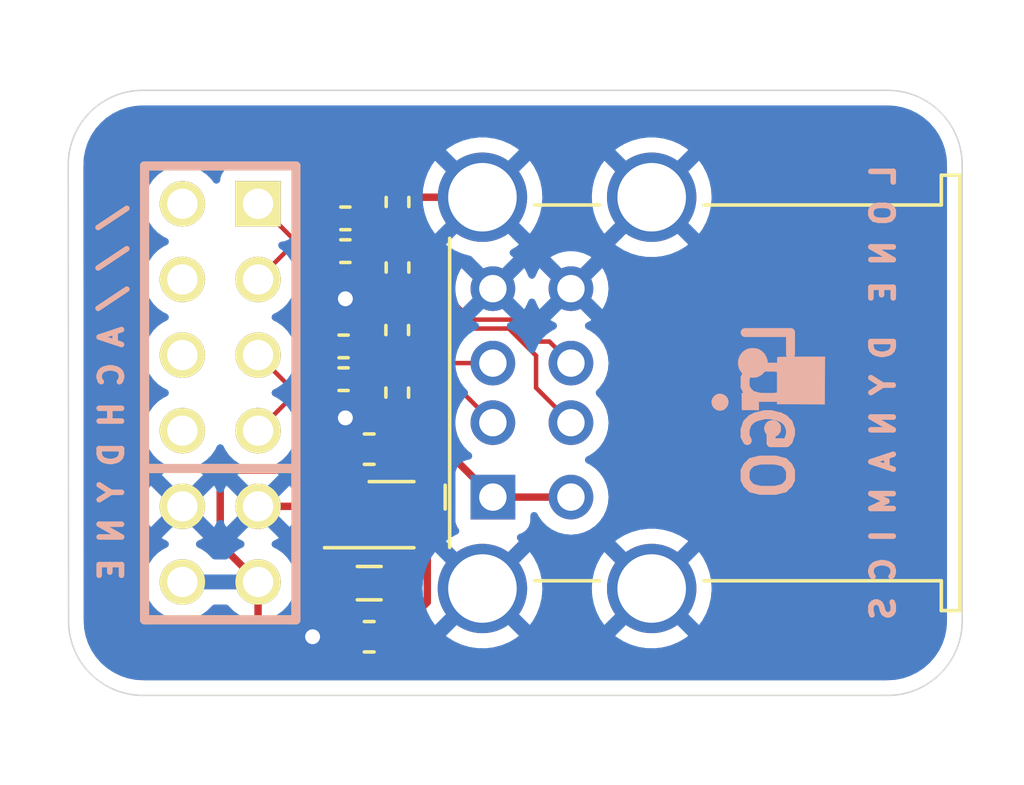
<source format=kicad_pcb>
(kicad_pcb (version 20211014) (generator pcbnew)
  (layers (0 "F.Cu" signal) (31 "B.Cu" signal) (34 "B.Paste" user) (35 "F.Paste" user) (36 "B.SilkS" user "B.Silkscreen") (37 "F.SilkS" user "F.Silkscreen") (38 "B.Mask" user) (39 "F.Mask" user) (44 "Edge.Cuts" user))
  (net 0 "")
  (net 1 "GND")
  (net 2 "/PWR3V3")
  (net 3 "/PWR5V0")
  (net 4 "Net-(L1-Pad2)")
  (net 5 "/USB1_DP")
  (net 6 "/USB1_DN")
  (net 7 "/USB2_DP")
  (net 8 "/USB2_DN")
  (net 13 "/USB2C_DP")
  (net 14 "/USB2C_DN")
  (net 15 "/USB1C_DP")
  (net 16 "/USB1C_DN")
  (footprint "Package_DFN_QFN:TDFN-8-1EP_3x2mm_P0.5mm_EP1.4x1.4mm" (layer "F.Cu") (at 110.1 114.25)
    (fp_text reference "U1" hide)
    (fp_text value "DIO6605B")
    (fp_line (start -1.5 1.11) (end 1.5 1.11) (layer "F.SilkS") (width 0.12))
    (fp_line (start 0 -1.11) (end 1.5 -1.11) (layer "F.SilkS") (width 0.12))
    (pad "1" smd roundrect (at -1.4625 -0.75) (size 0.775 0.25) (layers "F.Cu" "F.Paste" "F.Mask") (net 2 "/PWR3V3"))
    (pad "2" smd roundrect (at -1.4625 -0.25) (size 0.775 0.25) (layers "F.Cu" "F.Paste" "F.Mask") (net 1 "GND"))
    (pad "3" smd roundrect (at -1.4625 0.25) (size 0.775 0.25) (layers "F.Cu" "F.Paste" "F.Mask") (net 1 "GND"))
    (pad "4" smd roundrect (at -1.4625 0.75) (size 0.775 0.25) (layers "F.Cu" "F.Paste" "F.Mask") (net 4 "Net-(L1-Pad2)"))
    (pad "5" smd roundrect (at 1.4625 0.75) (size 0.775 0.25) (layers "F.Cu" "F.Paste" "F.Mask") (net 2 "/PWR3V3"))
    (pad "6" smd roundrect (at 1.4625 0.25) (size 0.775 0.25) (layers "F.Cu" "F.Paste" "F.Mask"))
    (pad "7" smd roundrect (at 1.4625 -0.25) (size 0.775 0.25) (layers "F.Cu" "F.Paste" "F.Mask") (net 3 "/PWR5V0"))
    (pad "8" smd roundrect (at 1.4625 -0.75) (size 0.775 0.25) (layers "F.Cu" "F.Paste" "F.Mask"))
    (pad "9" smd rect (at 0 0) (size 1.4 1.4) (layers "F.Cu" "F.Mask"))
  )
  (footprint "Inductor_SMD:L_0805_2012Metric" (layer "F.Cu") (at 110.1 116.55 180)
    (fp_text reference "L1" hide)
    (fp_text value "4.7uH")
    (fp_line (start -0.399622 -0.56) (end 0.399622 -0.56) (layer "F.SilkS") (width 0.12))
    (fp_line (start -0.399622 0.56) (end 0.399622 0.56) (layer "F.SilkS") (width 0.12))
    (pad "1" smd roundrect (at -1.0625 0 180) (size 0.875 1.2) (layers "F.Cu" "F.Paste" "F.Mask") (net 2 "/PWR3V3"))
    (pad "2" smd roundrect (at 1.0625 0 180) (size 0.875 1.2) (layers "F.Cu" "F.Paste" "F.Mask") (net 4 "Net-(L1-Pad2)"))
  )
  (footprint "Resistor_SMD:R_0402_1005Metric" (layer "F.Cu") (at 111.05 103.75 90)
    (fp_text reference "R3" hide)
    (fp_text value "15K")
    (fp_line (start -0.153641 -0.38) (end 0.153641 -0.38) (layer "F.SilkS") (width 0.12))
    (fp_line (start -0.153641 0.38) (end 0.153641 0.38) (layer "F.SilkS") (width 0.12))
    (pad "1" smd roundrect (at -0.51 0 90) (size 0.54 0.64) (layers "F.Cu" "F.Paste" "F.Mask") (net 13 "/USB2C_DP"))
    (pad "2" smd roundrect (at 0.51 0 90) (size 0.54 0.64) (layers "F.Cu" "F.Paste" "F.Mask") (net 1 "GND"))
  )
  (footprint "Resistor_SMD:R_0402_1005Metric" (layer "F.Cu") (at 109.24 109.7)
    (fp_text reference "R6" hide)
    (fp_text value "22R")
    (fp_line (start -0.153641 -0.38) (end 0.153641 -0.38) (layer "F.SilkS") (width 0.12))
    (fp_line (start -0.153641 0.38) (end 0.153641 0.38) (layer "F.SilkS") (width 0.12))
    (pad "1" smd roundrect (at -0.51 0) (size 0.54 0.64) (layers "F.Cu" "F.Paste" "F.Mask") (net 6 "/USB1_DN"))
    (pad "2" smd roundrect (at 0.51 0) (size 0.54 0.64) (layers "F.Cu" "F.Paste" "F.Mask") (net 16 "/USB1C_DN"))
  )
  (footprint "Resistor_SMD:R_0402_1005Metric" (layer "F.Cu") (at 111.04 108.05 90)
    (fp_text reference "R1" hide)
    (fp_text value "15K")
    (fp_line (start -0.153641 -0.38) (end 0.153641 -0.38) (layer "F.SilkS") (width 0.12))
    (fp_line (start -0.153641 0.38) (end 0.153641 0.38) (layer "F.SilkS") (width 0.12))
    (pad "1" smd roundrect (at -0.51 0 90) (size 0.54 0.64) (layers "F.Cu" "F.Paste" "F.Mask") (net 15 "/USB1C_DP"))
    (pad "2" smd roundrect (at 0.51 0 90) (size 0.54 0.64) (layers "F.Cu" "F.Paste" "F.Mask") (net 1 "GND"))
  )
  (footprint "Resistor_SMD:R_0402_1005Metric" (layer "F.Cu") (at 109.3 105.4)
    (fp_text reference "R8" hide)
    (fp_text value "22R")
    (fp_line (start -0.153641 -0.38) (end 0.153641 -0.38) (layer "F.SilkS") (width 0.12))
    (fp_line (start -0.153641 0.38) (end 0.153641 0.38) (layer "F.SilkS") (width 0.12))
    (pad "1" smd roundrect (at -0.51 0) (size 0.54 0.64) (layers "F.Cu" "F.Paste" "F.Mask") (net 8 "/USB2_DN"))
    (pad "2" smd roundrect (at 0.51 0) (size 0.54 0.64) (layers "F.Cu" "F.Paste" "F.Mask") (net 14 "/USB2C_DN"))
  )
  (footprint "Inductor_SMD:L_0603_1608Metric" (layer "F.Cu") (at 110.1 112.05 180)
    (fp_text reference "C2" hide)
    (fp_text value "10uF")
    (fp_line (start -0.162779 -0.51) (end 0.162779 -0.51) (layer "F.SilkS") (width 0.12))
    (fp_line (start -0.162779 0.51) (end 0.162779 0.51) (layer "F.SilkS") (width 0.12))
    (pad "1" smd roundrect (at -0.7875 0 180) (size 0.875 0.95) (layers "F.Cu" "F.Paste" "F.Mask") (net 3 "/PWR5V0"))
    (pad "2" smd roundrect (at 0.7875 0 180) (size 0.875 0.95) (layers "F.Cu" "F.Paste" "F.Mask") (net 1 "GND"))
  )
  (footprint "Connector_USB:USB_A_Wuerth_61400826021_Horizontal_Stacked" (layer "F.Cu") (at 114.25 113.66 90)
    (fp_text reference "J1" hide)
    (fp_text value "USB_A_Stacked")
    (fp_line (start 0.4 -1.6) (end -0.4 -1.6) (layer "F.SilkS") (width 0.12))
    (fp_line (start -3.81 15.05) (end -2.81 15.05) (layer "F.SilkS") (width 0.12))
    (fp_line (start 9.81 15.05) (end 10.81 15.05) (layer "F.SilkS") (width 0.12))
    (fp_line (start 9.81 3.58) (end 9.81 1.4) (layer "F.SilkS") (width 0.12))
    (fp_line (start -1.69 -1.45) (end 8.69 -1.45) (layer "F.SilkS") (width 0.12))
    (fp_line (start -2.81 3.58) (end -2.81 1.4) (layer "F.SilkS") (width 0.12))
    (fp_line (start 10.81 15.67) (end -3.81 15.67) (layer "F.SilkS") (width 0.12))
    (fp_line (start 10.81 15.05) (end 10.81 15.67) (layer "F.SilkS") (width 0.12))
    (fp_line (start -3.81 15.67) (end -3.81 15.05) (layer "F.SilkS") (width 0.12))
    (fp_line (start 9.81 7.08) (end 9.81 15.05) (layer "F.SilkS") (width 0.12))
    (fp_line (start -2.81 15.05) (end -2.81 7.08) (layer "F.SilkS") (width 0.12))
    (pad "1" thru_hole rect (at 0 0 90) (size 1.5 1.5) (drill 0.92) (layers *.Cu *.Mask) (net 3 "/PWR5V0"))
    (pad "2" thru_hole circle (at 2.5 0 90) (size 1.5 1.5) (drill 0.92) (layers *.Cu *.Mask) (net 16 "/USB1C_DN"))
    (pad "3" thru_hole circle (at 4.5 0 90) (size 1.5 1.5) (drill 0.92) (layers *.Cu *.Mask) (net 15 "/USB1C_DP"))
    (pad "4" thru_hole circle (at 7 0 90) (size 1.5 1.5) (drill 0.92) (layers *.Cu *.Mask) (net 1 "GND"))
    (pad "5" thru_hole circle (at 0 2.62 90) (size 1.5 1.5) (drill 0.92) (layers *.Cu *.Mask) (net 3 "/PWR5V0"))
    (pad "6" thru_hole circle (at 2.5 2.62 90) (size 1.5 1.5) (drill 0.92) (layers *.Cu *.Mask) (net 14 "/USB2C_DN"))
    (pad "7" thru_hole circle (at 4.5 2.62 90) (size 1.5 1.5) (drill 0.92) (layers *.Cu *.Mask) (net 13 "/USB2C_DP"))
    (pad "8" thru_hole circle (at 7 2.62 90) (size 1.5 1.5) (drill 0.92) (layers *.Cu *.Mask) (net 1 "GND"))
    (pad "9" thru_hole circle (at -3.07 -0.35 90) (size 3 3) (drill 2.3) (layers *.Cu *.Mask) (net 1 "GND"))
    (pad "9" thru_hole circle (at 10.07 -0.35 90) (size 3 3) (drill 2.3) (layers *.Cu *.Mask) (net 1 "GND"))
    (pad "9" thru_hole circle (at -3.07 5.33 90) (size 3 3) (drill 2.3) (layers *.Cu *.Mask) (net 1 "GND"))
    (pad "9" thru_hole circle (at 10.07 5.33 90) (size 3 3) (drill 2.3) (layers *.Cu *.Mask) (net 1 "GND"))
  )
  (footprint "Resistor_SMD:R_0402_1005Metric" (layer "F.Cu") (at 109.24 108.6)
    (fp_text reference "R5" hide)
    (fp_text value "22R")
    (fp_line (start -0.153641 -0.38) (end 0.153641 -0.38) (layer "F.SilkS") (width 0.12))
    (fp_line (start -0.153641 0.38) (end 0.153641 0.38) (layer "F.SilkS") (width 0.12))
    (pad "1" smd roundrect (at -0.51 0) (size 0.54 0.64) (layers "F.Cu" "F.Paste" "F.Mask") (net 5 "/USB1_DP"))
    (pad "2" smd roundrect (at 0.51 0) (size 0.54 0.64) (layers "F.Cu" "F.Paste" "F.Mask") (net 15 "/USB1C_DP"))
  )
  (footprint "Resistor_SMD:R_0402_1005Metric" (layer "F.Cu") (at 109.3 104.3)
    (fp_text reference "R7" hide)
    (fp_text value "22R")
    (fp_line (start -0.153641 0.38) (end 0.153641 0.38) (layer "F.SilkS") (width 0.12))
    (fp_line (start -0.153641 -0.38) (end 0.153641 -0.38) (layer "F.SilkS") (width 0.12))
    (pad "1" smd roundrect (at -0.51 0) (size 0.54 0.64) (layers "F.Cu" "F.Paste" "F.Mask") (net 7 "/USB2_DP"))
    (pad "2" smd roundrect (at 0.51 0) (size 0.54 0.64) (layers "F.Cu" "F.Paste" "F.Mask") (net 13 "/USB2C_DP"))
  )
  (footprint "Inductor_SMD:L_0603_1608Metric" (layer "F.Cu") (at 110.1 118.35 180)
    (fp_text reference "C1" hide)
    (fp_text value "10uF")
    (fp_line (start -0.162779 -0.51) (end 0.162779 -0.51) (layer "F.SilkS") (width 0.12))
    (fp_line (start -0.162779 0.51) (end 0.162779 0.51) (layer "F.SilkS") (width 0.12))
    (pad "1" smd roundrect (at -0.7875 0 180) (size 0.875 0.95) (layers "F.Cu" "F.Paste" "F.Mask") (net 2 "/PWR3V3"))
    (pad "2" smd roundrect (at 0.7875 0 180) (size 0.875 0.95) (layers "F.Cu" "F.Paste" "F.Mask") (net 1 "GND"))
  )
  (footprint "Resistor_SMD:R_0402_1005Metric" (layer "F.Cu") (at 111.05 105.95 -90)
    (fp_text reference "R4" hide)
    (fp_text value "15K")
    (fp_line (start -0.153641 0.38) (end 0.153641 0.38) (layer "F.SilkS") (width 0.12))
    (fp_line (start -0.153641 -0.38) (end 0.153641 -0.38) (layer "F.SilkS") (width 0.12))
    (pad "1" smd roundrect (at -0.51 0 270) (size 0.54 0.64) (layers "F.Cu" "F.Paste" "F.Mask") (net 14 "/USB2C_DN"))
    (pad "2" smd roundrect (at 0.51 0 270) (size 0.54 0.64) (layers "F.Cu" "F.Paste" "F.Mask") (net 1 "GND"))
  )
  (footprint "pmod-conn_6x2:pmod_pin_array_6x2" (layer "F.Cu") (at 105.1 110.16)
    (fp_text reference "PMOD1" hide)
    (fp_text value "PMOD-Device-x2-Type-1A-GPIO")
    (fp_line (start -2.54 -7.62) (end -2.54 7.62) (layer "B.SilkS") (width 0.3048))
    (fp_line (start -2.54 7.62) (end 2.54 7.62) (layer "B.SilkS") (width 0.3048))
    (fp_line (start 2.54 7.62) (end 2.54 -7.62) (layer "B.SilkS") (width 0.3048))
    (fp_line (start 2.54 -7.62) (end -2.54 -7.62) (layer "B.SilkS") (width 0.3048))
    (fp_line (start 2.54 2.54) (end -2.54 2.54) (layer "B.SilkS") (width 0.3048))
    (fp_line (start 2.54 7.62) (end 2.54 -7.62) (layer "F.SilkS") (width 0.3048))
    (fp_line (start 2.54 2.54) (end -2.54 2.54) (layer "F.SilkS") (width 0.3048))
    (fp_line (start 2.54 -7.62) (end -2.54 -7.62) (layer "F.SilkS") (width 0.3048))
    (fp_line (start -2.54 -7.62) (end -2.54 7.62) (layer "F.SilkS") (width 0.3048))
    (fp_line (start -2.54 7.62) (end 2.54 7.62) (layer "F.SilkS") (width 0.3048))
    (pad "1" thru_hole rect locked (at 1.27 -6.35) (size 1.524 1.524) (drill 1.016) (layers *.Cu *.Mask "F.SilkS") (net 7 "/USB2_DP"))
    (pad "2" thru_hole circle locked (at 1.27 -3.81 270) (size 1.524 1.524) (drill 1.016) (layers *.Cu *.Mask "F.SilkS") (net 8 "/USB2_DN"))
    (pad "3" thru_hole circle locked (at 1.27 -1.27 270) (size 1.524 1.524) (drill 1.016) (layers *.Cu *.Mask "F.SilkS") (net 5 "/USB1_DP"))
    (pad "4" thru_hole circle locked (at 1.27 1.27 270) (size 1.524 1.524) (drill 1.016) (layers *.Cu *.Mask "F.SilkS") (net 6 "/USB1_DN"))
    (pad "5" thru_hole circle locked (at 1.27 3.81 270) (size 1.524 1.524) (drill 1.016) (layers *.Cu *.Mask "F.SilkS") (net 1 "GND"))
    (pad "6" thru_hole circle locked (at 1.27 6.35 270) (size 1.524 1.524) (drill 1.016) (layers *.Cu *.Mask "F.SilkS") (net 2 "/PWR3V3"))
    (pad "7" thru_hole circle locked (at -1.27 -6.35 270) (size 1.524 1.524) (drill 1.016) (layers *.Cu *.Mask "F.SilkS"))
    (pad "8" thru_hole circle locked (at -1.27 -3.81 270) (size 1.524 1.524) (drill 1.016) (layers *.Cu *.Mask "F.SilkS"))
    (pad "9" thru_hole circle locked (at -1.27 -1.27 270) (size 1.524 1.524) (drill 1.016) (layers *.Cu *.Mask "F.SilkS"))
    (pad "10" thru_hole circle locked (at -1.27 1.27 270) (size 1.524 1.524) (drill 1.016) (layers *.Cu *.Mask "F.SilkS"))
    (pad "11" thru_hole circle locked (at -1.27 3.81 270) (size 1.524 1.524) (drill 1.016) (layers *.Cu *.Mask "F.SilkS") (net 1 "GND"))
    (pad "12" thru_hole circle locked (at -1.27 6.35 270) (size 1.524 1.524) (drill 1.016) (layers *.Cu *.Mask "F.SilkS") (net 2 "/PWR3V3"))
  )
  (footprint "Resistor_SMD:R_0402_1005Metric" (layer "F.Cu") (at 111.04 110.15 -90)
    (fp_text reference "R2" hide)
    (fp_text value "15K")
    (fp_line (start -0.153641 -0.38) (end 0.153641 -0.38) (layer "F.SilkS") (width 0.12))
    (fp_line (start -0.153641 0.38) (end 0.153641 0.38) (layer "F.SilkS") (width 0.12))
    (pad "1" smd roundrect (at -0.51 0 270) (size 0.54 0.64) (layers "F.Cu" "F.Paste" "F.Mask") (net 16 "/USB1C_DN"))
    (pad "2" smd roundrect (at 0.51 0 270) (size 0.54 0.64) (layers "F.Cu" "F.Paste" "F.Mask") (net 1 "GND"))
  )
  (footprint "ld-kicad:ld-kicad" (layer "B.Cu") (at 123.55 109.996993 -90)
    (fp_text reference "G***" hide)
    (fp_text value "LOGO" (at 0.75 0 90) (layer "B.SilkS") (effects (font (size 1.524 1.524) (thickness 0.3)) (justify mirror)))
    (fp_poly (pts (xy 0.600021 1.930651) (xy 0.672115 1.878799) (xy 0.724378 1.807735) (xy 0.753937 1.725465) (xy 0.757919 1.640001) (xy 0.733452 1.559351) (xy 0.733305 1.559071) (xy 0.679359 1.485812) (xy 0.60866 1.431607) (xy 0.528674 1.399354) (xy 0.446866 1.391951) (xy 0.370704 1.412296) (xy 0.364067 1.415759) (xy 0.297406 1.458665) (xy 0.251976 1.5068) (xy 0.216039 1.572475) (xy 0.191697 1.664412) (xy 0.200657 1.753687) (xy 0.242368 1.836656) (xy 0.259114 1.857437) (xy 0.336384 1.924039) (xy 0.42156 1.958174) (xy 0.512472 1.959377) (xy 0.600021 1.930651)) (layer "B.SilkS") (width 0.01) (fill solid))
    (fp_poly (pts (xy -0.724674 1.057509) (xy -0.618012 1.018817) (xy -0.521194 0.955442) (xy -0.438982 0.867342) (xy -0.388258 0.781854) (xy -0.357511 0.683189) (xy -0.348731 0.571356) (xy -0.361919 0.458962) (xy -0.388173 0.37738) (xy -0.451829 0.272137) (xy -0.538596 0.186663) (xy -0.642584 0.124123) (xy -0.7579 0.08768) (xy -0.878653 0.080499) (xy -0.929102 0.086882) (xy -1.045899 0.123662) (xy -1.150301 0.186051) (xy -1.236205 0.269015) (xy -1.297506 0.36752) (xy -1.311061 0.401889) (xy -1.331087 0.491425) (xy -1.336927 0.591407) (xy -1.328808 0.688334) (xy -1.30696 0.768707) (xy -1.304775 0.773689) (xy -1.239022 0.882206) (xy -1.15455 0.966293) (xy -1.056118 1.02591) (xy -0.948487 1.061013) (xy -0.836419 1.07156) (xy -0.724674 1.057509)) (layer "B.SilkS") (width 0.01) (fill solid))
    (fp_poly (pts (xy 0.452967 0.944443) (xy 0.7366 0.9398) (xy 0.739722 0.656166) (xy 0.742844 0.372533) (xy 0.169333 0.372533) (xy 0.169333 0.949085) (xy 0.452967 0.944443)) (layer "B.SilkS") (width 0.01) (fill solid))
    (fp_poly (pts (xy 1.43236 0.182117) (xy 1.515646 0.143333) (xy 1.54271 0.122906) (xy 1.603638 0.052642) (xy 1.636405 -0.026891) (xy 1.642941 -0.109772) (xy 1.625176 -0.19008) (xy 1.585039 -0.261894) (xy 1.524461 -0.319293) (xy 1.445371 -0.356356) (xy 1.383079 -0.366857) (xy 1.323351 -0.36659) (xy 1.27114 -0.359819) (xy 1.253076 -0.354432) (xy 1.175307 -0.304328) (xy 1.117452 -0.231602) (xy 1.08481 -0.144178) (xy 1.079547 -0.094807) (xy 1.092764 -0.001189) (xy 1.131708 0.076965) (xy 1.190759 0.137014) (xy 1.264297 0.176316) (xy 1.346704 0.192231) (xy 1.43236 0.182117)) (layer "B.SilkS") (width 0.01) (fill solid))
    (fp_poly (pts (xy 0.543748 -0.999067) (xy 0.544179 -1.157732) (xy 0.544658 -1.30689) (xy 0.54517 -1.442933) (xy 0.545696 -1.562253) (xy 0.546221 -1.66124) (xy 0.546726 -1.736288) (xy 0.547195 -1.783786) (xy 0.547514 -1.799167) (xy 0.549398 -1.837267) (xy -1.049866 -1.846065) (xy -1.049866 -1.051844) (xy -1.049772 -0.865781) (xy -1.049427 -0.71076) (xy -1.048736 -0.583957) (xy -1.047606 -0.482549) (xy -1.045942 -0.40371) (xy -1.043651 -0.344617) (xy -1.040639 -0.302447) (xy -1.036811 -0.274374) (xy -1.032074 -0.257574) (xy -1.026334 -0.249225) (xy -1.023082 -0.247345) (xy -1.001069 -0.245229) (xy -0.948712 -0.24326) (xy -0.869533 -0.241483) (xy -0.767052 -0.239944) (xy -0.644792 -0.238689) (xy -0.506275 -0.237762) (xy -0.355023 -0.237209) (xy -0.227215 -0.237067) (xy 0.541867 -0.237067) (xy 0.543748 -0.999067)) (layer "B.SilkS") (width 0.01) (fill solid))
  )
  (gr_line (start 102.51 120.32) (end 127.5 120.32) (layer "Edge.Cuts") (width 0.05))
  (gr_arc (start 100 102.5) (mid 100.732233 100.732233) (end 102.5 100) (layer "Edge.Cuts") (width 0.05))
  (gr_line (start 130 102.5) (end 130 117.82) (layer "Edge.Cuts") (width 0.05))
  (gr_arc (start 102.51 120.32) (mid 100.742233 119.587767) (end 100.01 117.82) (layer "Edge.Cuts") (width 0.05))
  (gr_arc (start 127.5 100) (mid 129.267767 100.732233) (end 130 102.5) (layer "Edge.Cuts") (width 0.05))
  (gr_line (start 100 102.5) (end 100.01 117.82) (layer "Edge.Cuts") (width 0.05))
  (gr_arc (start 130 117.82) (mid 129.267767 119.587767) (end 127.5 120.32) (layer "Edge.Cuts") (width 0.05))
  (gr_line (start 102.5 100) (end 127.5 100) (layer "Edge.Cuts") (width 0.05))
  (gr_text "/ / / A C H D Y N E" (at 101.45 110.16 90) (layer "B.SilkS") (effects (font (size 0.75 0.75) (thickness 0.1875)) (justify mirror)))
  (gr_text "L O N E  D Y N A M I C S" (at 127.35 110.15 90) (layer "B.SilkS") (effects (font (size 0.75 0.75) (thickness 0.1875)) (justify mirror)))
  (segment (start 108.6375 114) (end 108.6375 114.5) (width 0.25) (layer "F.Cu") (net 1))
  (segment (start 110.5 107) (end 111.04 107.54) (width 0.25) (layer "F.Cu") (net 1))
  (segment (start 110.5 107) (end 110.51 107) (width 0.25) (layer "F.Cu") (net 1))
  (segment (start 111.04 110.66) (end 109.64 110.66) (width 0.25) (layer "F.Cu") (net 1))
  (segment (start 109.3 112.0375) (end 109.3125 112.05) (width 0.25) (layer "F.Cu") (net 1))
  (segment (start 109.3 111) (end 109.3 112.0375) (width 0.25) (layer "F.Cu") (net 1))
  (segment (start 108.2 118.35) (end 109.3125 118.35) (width 0.25) (layer "F.Cu") (net 1))
  (segment (start 108.6075 113.97) (end 108.6375 114) (width 0.25) (layer "F.Cu") (net 1))
  (segment (start 109.3 107) (end 110.5 107) (width 0.25) (layer "F.Cu") (net 1))
  (segment (start 106.37 113.97) (end 108.6075 113.97) (width 0.25) (layer "F.Cu") (net 1))
  (segment (start 111.4 103.59) (end 113.9 103.59) (width 0.25) (layer "F.Cu") (net 1))
  (segment (start 110.51 107) (end 111.05 106.46) (width 0.25) (layer "F.Cu") (net 1))
  (segment (start 109.64 110.66) (end 109.3 111) (width 0.25) (layer "F.Cu") (net 1))
  (segment (start 111.05 103.24) (end 111.4 103.59) (width 0.25) (layer "F.Cu") (net 1))
  (via (at 108.2 118.35) (size 0.8) (drill 0.5) (layers "F.Cu" "B.Cu") (net 1))
  (via (at 109.3 107) (size 0.8) (drill 0.5) (layers "F.Cu" "B.Cu") (net 1))
  (via (at 109.3 111) (size 0.8) (drill 0.5) (layers "F.Cu" "B.Cu") (net 1))
  (segment (start 105.4 112.75) (end 107.8875 112.75) (width 0.25) (layer "F.Cu") (net 2))
  (segment (start 110.8875 118.3625) (end 110.8875 118.35) (width 0.25) (layer "F.Cu") (net 2))
  (segment (start 111.1625 115.4) (end 111.5625 115) (width 0.25) (layer "F.Cu") (net 2))
  (segment (start 109.95 119.3) (end 110.8875 118.3625) (width 0.25) (layer "F.Cu") (net 2))
  (segment (start 107.7 119.3) (end 109.95 119.3) (width 0.25) (layer "F.Cu") (net 2))
  (segment (start 105.1 115.24) (end 105.1 113.05) (width 0.25) (layer "F.Cu") (net 2))
  (segment (start 106.37 116.51) (end 106.37 117.97) (width 0.25) (layer "F.Cu") (net 2))
  (segment (start 107.8875 112.75) (end 108.6375 113.5) (width 0.25) (layer "F.Cu") (net 2))
  (segment (start 106.37 117.97) (end 107.7 119.3) (width 0.25) (layer "F.Cu") (net 2))
  (segment (start 105.1 113.05) (end 105.4 112.75) (width 0.25) (layer "F.Cu") (net 2))
  (segment (start 111.5625 115) (end 112.05 115.4875) (width 0.25) (layer "F.Cu") (net 2))
  (segment (start 106.37 116.51) (end 105.1 115.24) (width 0.25) (layer "F.Cu") (net 2))
  (segment (start 112.05 115.4875) (end 112.05 117.1875) (width 0.25) (layer "F.Cu") (net 2))
  (segment (start 111.1625 116.55) (end 111.1625 115.4) (width 0.25) (layer "F.Cu") (net 2))
  (segment (start 112.05 117.1875) (end 110.8875 118.35) (width 0.25) (layer "F.Cu") (net 2))
  (segment (start 106.37 116.51) (end 103.83 116.51) (width 0.5) (layer "B.Cu") (net 2))
  (segment (start 110.8875 112.05) (end 111.6 112.05) (width 0.25) (layer "F.Cu") (net 3))
  (segment (start 112.5 113.8) (end 112.5 112.95) (width 0.25) (layer "F.Cu") (net 3))
  (segment (start 111.5625 114) (end 112.3 114) (width 0.25) (layer "F.Cu") (net 3))
  (segment (start 112.3 114) (end 112.5 113.8) (width 0.25) (layer "F.Cu") (net 3))
  (segment (start 114.25 113.66) (end 116.87 113.66) (width 0.25) (layer "F.Cu") (net 3))
  (segment (start 112.5 112.95) (end 111.6 112.05) (width 0.25) (layer "F.Cu") (net 3))
  (segment (start 111.6 112.05) (end 112.64 112.05) (width 0.25) (layer "F.Cu") (net 3))
  (segment (start 112.64 112.05) (end 114.25 113.66) (width 0.25) (layer "F.Cu") (net 3))
  (segment (start 109.0375 116.55) (end 109.0375 115.4) (width 0.25) (layer "F.Cu") (net 4))
  (segment (start 109.0375 115.4) (end 108.6375 115) (width 0.25) (layer "F.Cu") (net 4))
  (segment (start 108.2 109.13) (end 108.73 108.6) (width 0.15) (layer "F.Cu") (net 5))
  (segment (start 106.37 108.89) (end 107.489999 110.009999) (width 0.15) (layer "F.Cu") (net 5))
  (segment (start 107.489999 110.009999) (end 107.705149 110.01) (width 0.15) (layer "F.Cu") (net 5))
  (segment (start 107.705149 110.01) (end 107.965959 109.74919) (width 0.15) (layer "F.Cu") (net 5))
  (segment (start 108.2 109.515153) (end 108.2 109.13) (width 0.15) (layer "F.Cu") (net 5))
  (segment (start 107.965959 109.74919) (end 107.965963 109.74919) (width 0.15) (layer "F.Cu") (net 5))
  (segment (start 107.965963 109.74919) (end 108.2 109.515153) (width 0.15) (layer "F.Cu") (net 5))
  (segment (start 107.489999 110.310001) (end 106.37 111.43) (width 0.15) (layer "F.Cu") (net 6))
  (segment (start 108.439417 109.7) (end 107.829417 110.31) (width 0.15) (layer "F.Cu") (net 6))
  (segment (start 108.73 109.7) (end 108.439417 109.7) (width 0.15) (layer "F.Cu") (net 6))
  (segment (start 107.829417 110.31) (end 107.489999 110.310001) (width 0.15) (layer "F.Cu") (net 6))
  (segment (start 107.887867 104.699999) (end 108.390001 104.699999) (width 0.15) (layer "F.Cu") (net 7))
  (segment (start 107.657867 104.929999) (end 107.887867 104.699999) (width 0.15) (layer "F.Cu") (net 7))
  (segment (start 106.37 103.81) (end 107.489999 104.929999) (width 0.15) (layer "F.Cu") (net 7))
  (segment (start 107.489999 104.929999) (end 107.657867 104.929999) (width 0.15) (layer "F.Cu") (net 7))
  (segment (start 108.390001 104.699999) (end 108.79 104.3) (width 0.15) (layer "F.Cu") (net 7))
  (segment (start 107.489999 105.230001) (end 107.782133 105.230001) (width 0.15) (layer "F.Cu") (net 8))
  (segment (start 107.782133 105.230001) (end 108.012133 105.000001) (width 0.15) (layer "F.Cu") (net 8))
  (segment (start 108.012133 105.000001) (end 108.390001 105.000001) (width 0.15) (layer "F.Cu") (net 8))
  (segment (start 108.390001 105.000001) (end 108.79 105.4) (width 0.15) (layer "F.Cu") (net 8))
  (segment (start 106.37 106.35) (end 107.489999 105.230001) (width 0.15) (layer "F.Cu") (net 8))
  (segment (start 113.512134 107.7) (end 114.912134 107.7) (width 0.15) (layer "F.Cu") (net 13))
  (segment (start 109.81 104.3) (end 110.209999 104.699999) (width 0.15) (layer "F.Cu") (net 13))
  (segment (start 112.6 105.81) (end 112.6 106.787866) (width 0.15) (layer "F.Cu") (net 13))
  (segment (start 112.6 106.787866) (end 113.512134 107.7) (width 0.15) (layer "F.Cu") (net 13))
  (segment (start 110.610001 104.699999) (end 111.05 104.26) (width 0.15) (layer "F.Cu") (net 13))
  (segment (start 115.65 108.437866) (end 116.147866 108.437866) (width 0.15) (layer "F.Cu") (net 13))
  (segment (start 111.05 104.26) (end 112.6 105.81) (width 0.15) (layer "F.Cu") (net 13))
  (segment (start 110.209999 104.699999) (end 110.610001 104.699999) (width 0.15) (layer "F.Cu") (net 13))
  (segment (start 116.147866 108.437866) (end 116.87 109.16) (width 0.15) (layer "F.Cu") (net 13))
  (segment (start 114.912134 107.7) (end 115.65 108.437866) (width 0.15) (layer "F.Cu") (net 13))
  (segment (start 111.05 105.44) (end 111.805735 105.44) (width 0.15) (layer "F.Cu") (net 14))
  (segment (start 114.787866 108) (end 115.7 108.912134) (width 0.15) (layer "F.Cu") (net 14))
  (segment (start 109.81 105.4) (end 110.209999 105.000001) (width 0.15) (layer "F.Cu") (net 14))
  (segment (start 112.3 105.934265) (end 112.3 106.912134) (width 0.15) (layer "F.Cu") (net 14))
  (segment (start 111.805735 105.44) (end 112.3 105.934265) (width 0.15) (layer "F.Cu") (net 14))
  (segment (start 113.387866 108) (end 114.787866 108) (width 0.15) (layer "F.Cu") (net 14))
  (segment (start 110.209999 105.000001) (end 110.610001 105.000001) (width 0.15) (layer "F.Cu") (net 14))
  (segment (start 110.610001 105.000001) (end 111.05 105.44) (width 0.15) (layer "F.Cu") (net 14))
  (segment (start 112.3 106.912134) (end 113.387866 108) (width 0.15) (layer "F.Cu") (net 14))
  (segment (start 115.7 109.99) (end 116.87 111.16) (width 0.15) (layer "F.Cu") (net 14))
  (segment (start 115.7 108.912134) (end 115.7 109.99) (width 0.15) (layer "F.Cu") (net 14))
  (segment (start 112.464264 108.949999) (end 112.674265 109.16) (width 0.15) (layer "F.Cu") (net 15))
  (segment (start 112.674265 109.16) (end 114.25 109.16) (width 0.15) (layer "F.Cu") (net 15))
  (segment (start 110.149999 108.999999) (end 110.6 109) (width 0.15) (layer "F.Cu") (net 15))
  (segment (start 111.429999 108.949999) (end 112.464264 108.949999) (width 0.15) (layer "F.Cu") (net 15))
  (segment (start 110.6 109) (end 111.04 108.56) (width 0.15) (layer "F.Cu") (net 15))
  (segment (start 111.04 108.56) (end 111.429999 108.949999) (width 0.15) (layer "F.Cu") (net 15))
  (segment (start 109.75 108.6) (end 110.149999 108.999999) (width 0.15) (layer "F.Cu") (net 15))
  (segment (start 110.149999 109.300001) (end 110.7 109.3) (width 0.15) (layer "F.Cu") (net 16))
  (segment (start 110.7 109.3) (end 111.04 109.64) (width 0.15) (layer "F.Cu") (net 16))
  (segment (start 111.429999 109.250001) (end 112.340001 109.250001) (width 0.15) (layer "F.Cu") (net 16))
  (segment (start 109.75 109.7) (end 110.149999 109.300001) (width 0.15) (layer "F.Cu") (net 16))
  (segment (start 111.04 109.64) (end 111.429999 109.250001) (width 0.15) (layer "F.Cu") (net 16))
  (segment (start 112.340001 109.250001) (end 114.25 111.16) (width 0.15) (layer "F.Cu") (net 16))
  (zone (net 1) (net_name "GND") (layer "B.Cu") (connect_pads (clearance 0.508)) (min_thickness 0.254) (fill yes (thermal_gap 0.508) (thermal_bridge_width 0.508))
    (polygon (pts (xy 129.9276 100.1141) (xy 129.9276 120.2309) (xy 100.0379 120.2309) (xy 100.0379 100.0252)))
  )
  (zone (net 1) (net_name "GND") (layer "B.Cu") (connect_pads (clearance 0.508)) (min_thickness 0.254) (fill yes (thermal_gap 0.508) (thermal_bridge_width 0.508))
    (polygon (pts (xy 130 120.3) (xy 100 120.3) (xy 100 100) (xy 130 100)))
  )
)
</source>
